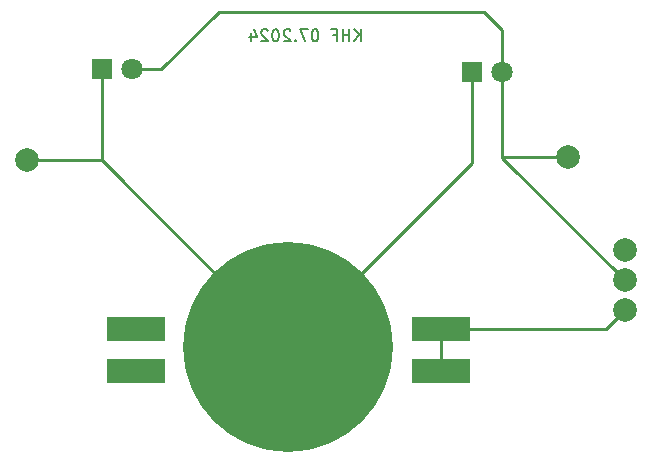
<source format=gbr>
%TF.GenerationSoftware,KiCad,Pcbnew,7.0.8*%
%TF.CreationDate,2024-07-01T13:11:13+02:00*%
%TF.ProjectId,PaperBot,50617065-7242-46f7-942e-6b696361645f,rev?*%
%TF.SameCoordinates,Original*%
%TF.FileFunction,Copper,L2,Bot*%
%TF.FilePolarity,Positive*%
%FSLAX46Y46*%
G04 Gerber Fmt 4.6, Leading zero omitted, Abs format (unit mm)*
G04 Created by KiCad (PCBNEW 7.0.8) date 2024-07-01 13:11:13*
%MOMM*%
%LPD*%
G01*
G04 APERTURE LIST*
%ADD10C,0.150000*%
%TA.AperFunction,NonConductor*%
%ADD11C,0.150000*%
%TD*%
%TA.AperFunction,ComponentPad*%
%ADD12C,2.000000*%
%TD*%
%TA.AperFunction,ComponentPad*%
%ADD13R,1.800000X1.800000*%
%TD*%
%TA.AperFunction,ComponentPad*%
%ADD14C,1.800000*%
%TD*%
%TA.AperFunction,SMDPad,CuDef*%
%ADD15R,5.000000X2.000000*%
%TD*%
%TA.AperFunction,SMDPad,CuDef*%
%ADD16C,17.780000*%
%TD*%
%TA.AperFunction,Conductor*%
%ADD17C,0.250000*%
%TD*%
G04 APERTURE END LIST*
D10*
D11*
X133563220Y-57419819D02*
X133563220Y-56419819D01*
X132991792Y-57419819D02*
X133420363Y-56848390D01*
X132991792Y-56419819D02*
X133563220Y-56991247D01*
X132563220Y-57419819D02*
X132563220Y-56419819D01*
X132563220Y-56896009D02*
X131991792Y-56896009D01*
X131991792Y-57419819D02*
X131991792Y-56419819D01*
X131182268Y-56896009D02*
X131515601Y-56896009D01*
X131515601Y-57419819D02*
X131515601Y-56419819D01*
X131515601Y-56419819D02*
X131039411Y-56419819D01*
X129706077Y-56419819D02*
X129610839Y-56419819D01*
X129610839Y-56419819D02*
X129515601Y-56467438D01*
X129515601Y-56467438D02*
X129467982Y-56515057D01*
X129467982Y-56515057D02*
X129420363Y-56610295D01*
X129420363Y-56610295D02*
X129372744Y-56800771D01*
X129372744Y-56800771D02*
X129372744Y-57038866D01*
X129372744Y-57038866D02*
X129420363Y-57229342D01*
X129420363Y-57229342D02*
X129467982Y-57324580D01*
X129467982Y-57324580D02*
X129515601Y-57372200D01*
X129515601Y-57372200D02*
X129610839Y-57419819D01*
X129610839Y-57419819D02*
X129706077Y-57419819D01*
X129706077Y-57419819D02*
X129801315Y-57372200D01*
X129801315Y-57372200D02*
X129848934Y-57324580D01*
X129848934Y-57324580D02*
X129896553Y-57229342D01*
X129896553Y-57229342D02*
X129944172Y-57038866D01*
X129944172Y-57038866D02*
X129944172Y-56800771D01*
X129944172Y-56800771D02*
X129896553Y-56610295D01*
X129896553Y-56610295D02*
X129848934Y-56515057D01*
X129848934Y-56515057D02*
X129801315Y-56467438D01*
X129801315Y-56467438D02*
X129706077Y-56419819D01*
X129039410Y-56419819D02*
X128372744Y-56419819D01*
X128372744Y-56419819D02*
X128801315Y-57419819D01*
X127991791Y-57324580D02*
X127944172Y-57372200D01*
X127944172Y-57372200D02*
X127991791Y-57419819D01*
X127991791Y-57419819D02*
X128039410Y-57372200D01*
X128039410Y-57372200D02*
X127991791Y-57324580D01*
X127991791Y-57324580D02*
X127991791Y-57419819D01*
X127563220Y-56515057D02*
X127515601Y-56467438D01*
X127515601Y-56467438D02*
X127420363Y-56419819D01*
X127420363Y-56419819D02*
X127182268Y-56419819D01*
X127182268Y-56419819D02*
X127087030Y-56467438D01*
X127087030Y-56467438D02*
X127039411Y-56515057D01*
X127039411Y-56515057D02*
X126991792Y-56610295D01*
X126991792Y-56610295D02*
X126991792Y-56705533D01*
X126991792Y-56705533D02*
X127039411Y-56848390D01*
X127039411Y-56848390D02*
X127610839Y-57419819D01*
X127610839Y-57419819D02*
X126991792Y-57419819D01*
X126372744Y-56419819D02*
X126277506Y-56419819D01*
X126277506Y-56419819D02*
X126182268Y-56467438D01*
X126182268Y-56467438D02*
X126134649Y-56515057D01*
X126134649Y-56515057D02*
X126087030Y-56610295D01*
X126087030Y-56610295D02*
X126039411Y-56800771D01*
X126039411Y-56800771D02*
X126039411Y-57038866D01*
X126039411Y-57038866D02*
X126087030Y-57229342D01*
X126087030Y-57229342D02*
X126134649Y-57324580D01*
X126134649Y-57324580D02*
X126182268Y-57372200D01*
X126182268Y-57372200D02*
X126277506Y-57419819D01*
X126277506Y-57419819D02*
X126372744Y-57419819D01*
X126372744Y-57419819D02*
X126467982Y-57372200D01*
X126467982Y-57372200D02*
X126515601Y-57324580D01*
X126515601Y-57324580D02*
X126563220Y-57229342D01*
X126563220Y-57229342D02*
X126610839Y-57038866D01*
X126610839Y-57038866D02*
X126610839Y-56800771D01*
X126610839Y-56800771D02*
X126563220Y-56610295D01*
X126563220Y-56610295D02*
X126515601Y-56515057D01*
X126515601Y-56515057D02*
X126467982Y-56467438D01*
X126467982Y-56467438D02*
X126372744Y-56419819D01*
X125658458Y-56515057D02*
X125610839Y-56467438D01*
X125610839Y-56467438D02*
X125515601Y-56419819D01*
X125515601Y-56419819D02*
X125277506Y-56419819D01*
X125277506Y-56419819D02*
X125182268Y-56467438D01*
X125182268Y-56467438D02*
X125134649Y-56515057D01*
X125134649Y-56515057D02*
X125087030Y-56610295D01*
X125087030Y-56610295D02*
X125087030Y-56705533D01*
X125087030Y-56705533D02*
X125134649Y-56848390D01*
X125134649Y-56848390D02*
X125706077Y-57419819D01*
X125706077Y-57419819D02*
X125087030Y-57419819D01*
X124229887Y-56753152D02*
X124229887Y-57419819D01*
X124467982Y-56372200D02*
X124706077Y-57086485D01*
X124706077Y-57086485D02*
X124087030Y-57086485D01*
D12*
%TO.P,M+,1*%
%TO.N,Net-(D1-A)*%
X151100000Y-67250000D03*
%TD*%
%TO.P,M-,1*%
%TO.N,Net-(D1-K)*%
X105300000Y-67500000D03*
%TD*%
D13*
%TO.P,D2,1,K*%
%TO.N,Net-(D1-K)*%
X142960000Y-60000000D03*
D14*
%TO.P,D2,2,A*%
%TO.N,Net-(D1-A)*%
X145500000Y-60000000D03*
%TD*%
D13*
%TO.P,D1,1,K*%
%TO.N,Net-(D1-K)*%
X111600000Y-59800000D03*
D14*
%TO.P,D1,2,A*%
%TO.N,Net-(D1-A)*%
X114140000Y-59800000D03*
%TD*%
D12*
%TO.P,S1,1,A*%
%TO.N,Net-(S1-A-Pad1)*%
X155900000Y-80200000D03*
%TO.P,S1,2,E*%
%TO.N,Net-(D1-A)*%
X155900000Y-77660000D03*
%TO.P,S1,3,A*%
%TO.N,unconnected-(S1-A-Pad3)*%
X155900000Y-75120000D03*
%TD*%
D15*
%TO.P,U2,*%
%TO.N,Net-(S1-A-Pad1)*%
X140354000Y-85332000D03*
X140354000Y-81776000D03*
%TO.P,U2,1*%
%TO.N,N/C*%
X114460000Y-85332000D03*
X114460000Y-81776000D03*
D16*
%TO.P,U2,2*%
%TO.N,Net-(D1-K)*%
X127400000Y-83300000D03*
%TD*%
D17*
%TO.N,Net-(D1-K)*%
X111600000Y-67500000D02*
X105300000Y-67500000D01*
%TO.N,Net-(D1-A)*%
X145510000Y-67250000D02*
X151100000Y-67250000D01*
X145500000Y-67260000D02*
X145510000Y-67250000D01*
%TO.N,Net-(D1-K)*%
X142960000Y-60000000D02*
X142960000Y-67740000D01*
X142960000Y-67740000D02*
X127400000Y-83300000D01*
X111600000Y-59800000D02*
X111600000Y-67500000D01*
X111600000Y-67500000D02*
X127400000Y-83300000D01*
%TO.N,Net-(D1-A)*%
X116650000Y-59800000D02*
X121500000Y-54950000D01*
X114140000Y-59800000D02*
X116650000Y-59800000D01*
X145500000Y-67260000D02*
X145500000Y-60000000D01*
X155900000Y-77660000D02*
X145500000Y-67260000D01*
X143950000Y-54950000D02*
X145500000Y-56500000D01*
X121500000Y-54950000D02*
X143950000Y-54950000D01*
X145500000Y-56500000D02*
X145500000Y-60000000D01*
%TO.N,Net-(S1-A-Pad1)*%
X154324000Y-81776000D02*
X155900000Y-80200000D01*
X140354000Y-85332000D02*
X140354000Y-81776000D01*
X140354000Y-81776000D02*
X154324000Y-81776000D01*
%TD*%
M02*

</source>
